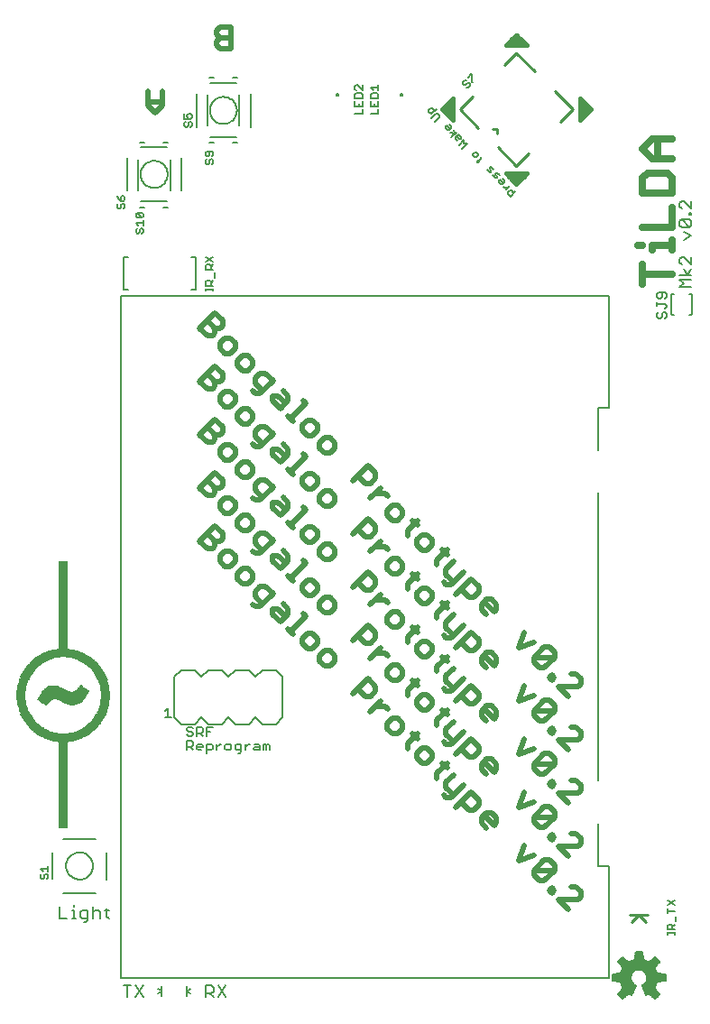
<source format=gto>
G75*
G70*
%OFA0B0*%
%FSLAX24Y24*%
%IPPOS*%
%LPD*%
%AMOC8*
5,1,8,0,0,1.08239X$1,22.5*
%
%ADD10C,0.0080*%
%ADD11C,0.0160*%
%ADD12C,0.0200*%
%ADD13C,0.0050*%
%ADD14C,0.0060*%
%ADD15C,0.0280*%
%ADD16C,0.0059*%
%ADD17C,0.0100*%
%ADD18R,0.0315X0.0020*%
%ADD19R,0.0394X0.0020*%
%ADD20R,0.0650X0.0020*%
%ADD21R,0.0827X0.0020*%
%ADD22R,0.0984X0.0020*%
%ADD23R,0.1102X0.0020*%
%ADD24R,0.1220X0.0020*%
%ADD25R,0.1319X0.0020*%
%ADD26R,0.1417X0.0020*%
%ADD27R,0.1496X0.0020*%
%ADD28R,0.1575X0.0020*%
%ADD29R,0.1654X0.0020*%
%ADD30R,0.1713X0.0020*%
%ADD31R,0.1772X0.0020*%
%ADD32R,0.1850X0.0020*%
%ADD33R,0.1909X0.0020*%
%ADD34R,0.1969X0.0020*%
%ADD35R,0.0787X0.0020*%
%ADD36R,0.0728X0.0020*%
%ADD37R,0.0689X0.0020*%
%ADD38R,0.0669X0.0020*%
%ADD39R,0.0630X0.0020*%
%ADD40R,0.0610X0.0020*%
%ADD41R,0.0591X0.0020*%
%ADD42R,0.0571X0.0020*%
%ADD43R,0.0551X0.0020*%
%ADD44R,0.0531X0.0020*%
%ADD45R,0.0512X0.0020*%
%ADD46R,0.0492X0.0020*%
%ADD47R,0.0472X0.0020*%
%ADD48R,0.0453X0.0020*%
%ADD49R,0.0433X0.0020*%
%ADD50R,0.0413X0.0020*%
%ADD51R,0.0374X0.0020*%
%ADD52R,0.0354X0.0020*%
%ADD53R,0.0335X0.0020*%
%ADD54R,0.0039X0.0020*%
%ADD55R,0.0197X0.0020*%
%ADD56R,0.0098X0.0020*%
%ADD57R,0.0138X0.0020*%
%ADD58R,0.0177X0.0020*%
%ADD59R,0.0236X0.0020*%
%ADD60R,0.0276X0.0020*%
%ADD61R,0.0709X0.0020*%
%ADD62R,0.0886X0.0020*%
%ADD63R,0.0925X0.0020*%
%ADD64R,0.1732X0.0020*%
%ADD65R,0.1752X0.0020*%
%ADD66R,0.1043X0.0020*%
%ADD67R,0.0965X0.0020*%
%ADD68R,0.0906X0.0020*%
%ADD69R,0.0256X0.0020*%
%ADD70R,0.0217X0.0020*%
%ADD71R,0.0157X0.0020*%
%ADD72R,0.0118X0.0020*%
%ADD73R,0.0079X0.0020*%
%ADD74R,0.0768X0.0020*%
%ADD75R,0.1929X0.0020*%
%ADD76R,0.1870X0.0020*%
%ADD77R,0.1811X0.0020*%
%ADD78R,0.1673X0.0020*%
%ADD79R,0.1614X0.0020*%
%ADD80R,0.1535X0.0020*%
%ADD81R,0.1437X0.0020*%
%ADD82R,0.1358X0.0020*%
%ADD83R,0.1260X0.0020*%
%ADD84R,0.1142X0.0020*%
%ADD85R,0.1024X0.0020*%
D10*
X003254Y003893D02*
X003534Y003893D01*
X003714Y003893D02*
X003854Y003893D01*
X003784Y003893D02*
X003784Y004174D01*
X003714Y004174D01*
X003784Y004314D02*
X003784Y004384D01*
X004021Y004104D02*
X004021Y003964D01*
X004091Y003893D01*
X004301Y003893D01*
X004301Y003823D02*
X004301Y004174D01*
X004091Y004174D01*
X004021Y004104D01*
X004161Y003753D02*
X004231Y003753D01*
X004301Y003823D01*
X004482Y003893D02*
X004482Y004314D01*
X004552Y004174D02*
X004692Y004174D01*
X004762Y004104D01*
X004762Y003893D01*
X005012Y003964D02*
X005082Y003893D01*
X005012Y003964D02*
X005012Y004244D01*
X004942Y004174D02*
X005082Y004174D01*
X004552Y004174D02*
X004482Y004104D01*
X004608Y004822D02*
X003395Y004822D01*
X003001Y005334D02*
X003001Y006310D01*
X003395Y006822D02*
X004608Y006822D01*
X005001Y006310D02*
X005001Y005322D01*
X003501Y005822D02*
X003503Y005866D01*
X003509Y005910D01*
X003519Y005953D01*
X003532Y005995D01*
X003549Y006036D01*
X003570Y006075D01*
X003594Y006112D01*
X003621Y006147D01*
X003651Y006179D01*
X003684Y006209D01*
X003720Y006235D01*
X003757Y006259D01*
X003797Y006278D01*
X003838Y006295D01*
X003881Y006307D01*
X003924Y006316D01*
X003968Y006321D01*
X004012Y006322D01*
X004056Y006319D01*
X004100Y006312D01*
X004143Y006301D01*
X004185Y006287D01*
X004225Y006269D01*
X004264Y006247D01*
X004300Y006223D01*
X004334Y006195D01*
X004366Y006164D01*
X004395Y006130D01*
X004421Y006094D01*
X004443Y006056D01*
X004462Y006016D01*
X004477Y005974D01*
X004489Y005932D01*
X004497Y005888D01*
X004501Y005844D01*
X004501Y005800D01*
X004497Y005756D01*
X004489Y005712D01*
X004477Y005670D01*
X004462Y005628D01*
X004443Y005588D01*
X004421Y005550D01*
X004395Y005514D01*
X004366Y005480D01*
X004334Y005449D01*
X004300Y005421D01*
X004264Y005397D01*
X004225Y005375D01*
X004185Y005357D01*
X004143Y005343D01*
X004100Y005332D01*
X004056Y005325D01*
X004012Y005322D01*
X003968Y005323D01*
X003924Y005328D01*
X003881Y005337D01*
X003838Y005349D01*
X003797Y005366D01*
X003757Y005385D01*
X003720Y005409D01*
X003684Y005435D01*
X003651Y005465D01*
X003621Y005497D01*
X003594Y005532D01*
X003570Y005569D01*
X003549Y005608D01*
X003532Y005649D01*
X003519Y005691D01*
X003509Y005734D01*
X003503Y005778D01*
X003501Y005822D01*
X003254Y004314D02*
X003254Y003893D01*
X005616Y001400D02*
X005896Y001400D01*
X005756Y001400D02*
X005756Y000980D01*
X006076Y000980D02*
X006357Y001400D01*
X006076Y001400D02*
X006357Y000980D01*
X006899Y001104D02*
X007021Y001196D01*
X007021Y001377D01*
X006899Y001282D02*
X007015Y001206D01*
X007021Y001196D02*
X007021Y001015D01*
X007970Y001015D02*
X007970Y001196D01*
X008092Y001288D01*
X007970Y001377D02*
X007970Y001196D01*
X007976Y001186D02*
X008092Y001110D01*
X008667Y001120D02*
X008877Y001120D01*
X008947Y001190D01*
X008947Y001330D01*
X008877Y001400D01*
X008667Y001400D01*
X008667Y000980D01*
X008807Y001120D02*
X008947Y000980D01*
X009128Y000980D02*
X009408Y001400D01*
X009128Y001400D02*
X009408Y000980D01*
X025852Y026255D02*
X025852Y026885D01*
X025858Y026903D01*
X025867Y026921D01*
X025879Y026936D01*
X025895Y026948D01*
X025912Y026957D01*
X025931Y026963D01*
X025950Y026965D01*
X025970Y026963D01*
X026179Y027201D02*
X026319Y027341D01*
X026179Y027481D01*
X026599Y027481D01*
X026599Y027661D02*
X026179Y027661D01*
X026319Y027871D02*
X026459Y027661D01*
X026599Y027871D01*
X026599Y028045D02*
X026319Y028325D01*
X026249Y028325D01*
X026179Y028255D01*
X026179Y028115D01*
X026249Y028045D01*
X026599Y028045D02*
X026599Y028325D01*
X026319Y028965D02*
X026599Y029106D01*
X026319Y029246D01*
X026249Y029426D02*
X026179Y029496D01*
X026179Y029636D01*
X026249Y029706D01*
X026529Y029426D01*
X026599Y029496D01*
X026599Y029636D01*
X026529Y029706D01*
X026249Y029706D01*
X026249Y029426D02*
X026529Y029426D01*
X026529Y029886D02*
X026529Y029956D01*
X026599Y029956D01*
X026599Y029886D01*
X026529Y029886D01*
X026599Y030116D02*
X026319Y030397D01*
X026249Y030397D01*
X026179Y030327D01*
X026179Y030186D01*
X026249Y030116D01*
X026599Y030116D02*
X026599Y030397D01*
X026599Y027201D02*
X026179Y027201D01*
X026521Y026963D02*
X026539Y026965D01*
X026556Y026964D01*
X026573Y026960D01*
X026589Y026953D01*
X026604Y026943D01*
X026616Y026931D01*
X026626Y026917D01*
X026634Y026901D01*
X026639Y026885D01*
X026639Y026255D01*
X026634Y026239D01*
X026626Y026223D01*
X026616Y026209D01*
X026604Y026197D01*
X026589Y026187D01*
X026573Y026180D01*
X026556Y026176D01*
X026539Y026175D01*
X026521Y026177D01*
X025970Y026177D02*
X025950Y026175D01*
X025931Y026177D01*
X025912Y026183D01*
X025895Y026192D01*
X025879Y026204D01*
X025867Y026219D01*
X025858Y026237D01*
X025852Y026255D01*
X010316Y033129D02*
X010316Y034342D01*
X009804Y034735D02*
X008828Y034735D01*
X008316Y034342D02*
X008316Y033129D01*
X008816Y032735D02*
X009804Y032735D01*
X008816Y033735D02*
X008818Y033779D01*
X008824Y033823D01*
X008834Y033866D01*
X008847Y033908D01*
X008864Y033949D01*
X008885Y033988D01*
X008909Y034025D01*
X008936Y034060D01*
X008966Y034092D01*
X008999Y034122D01*
X009035Y034148D01*
X009072Y034172D01*
X009112Y034191D01*
X009153Y034208D01*
X009196Y034220D01*
X009239Y034229D01*
X009283Y034234D01*
X009327Y034235D01*
X009371Y034232D01*
X009415Y034225D01*
X009458Y034214D01*
X009500Y034200D01*
X009540Y034182D01*
X009579Y034160D01*
X009615Y034136D01*
X009649Y034108D01*
X009681Y034077D01*
X009710Y034043D01*
X009736Y034007D01*
X009758Y033969D01*
X009777Y033929D01*
X009792Y033887D01*
X009804Y033845D01*
X009812Y033801D01*
X009816Y033757D01*
X009816Y033713D01*
X009812Y033669D01*
X009804Y033625D01*
X009792Y033583D01*
X009777Y033541D01*
X009758Y033501D01*
X009736Y033463D01*
X009710Y033427D01*
X009681Y033393D01*
X009649Y033362D01*
X009615Y033334D01*
X009579Y033310D01*
X009540Y033288D01*
X009500Y033270D01*
X009458Y033256D01*
X009415Y033245D01*
X009371Y033238D01*
X009327Y033235D01*
X009283Y033236D01*
X009239Y033241D01*
X009196Y033250D01*
X009153Y033262D01*
X009112Y033279D01*
X009072Y033298D01*
X009035Y033322D01*
X008999Y033348D01*
X008966Y033378D01*
X008936Y033410D01*
X008909Y033445D01*
X008885Y033482D01*
X008864Y033521D01*
X008847Y033562D01*
X008834Y033604D01*
X008824Y033647D01*
X008818Y033691D01*
X008816Y033735D01*
X007757Y031979D02*
X007757Y030767D01*
X007245Y030373D02*
X006257Y030373D01*
X005757Y030767D02*
X005757Y031979D01*
X006269Y032373D02*
X007245Y032373D01*
X006257Y031373D02*
X006259Y031417D01*
X006265Y031461D01*
X006275Y031504D01*
X006288Y031546D01*
X006305Y031587D01*
X006326Y031626D01*
X006350Y031663D01*
X006377Y031698D01*
X006407Y031730D01*
X006440Y031760D01*
X006476Y031786D01*
X006513Y031810D01*
X006553Y031829D01*
X006594Y031846D01*
X006637Y031858D01*
X006680Y031867D01*
X006724Y031872D01*
X006768Y031873D01*
X006812Y031870D01*
X006856Y031863D01*
X006899Y031852D01*
X006941Y031838D01*
X006981Y031820D01*
X007020Y031798D01*
X007056Y031774D01*
X007090Y031746D01*
X007122Y031715D01*
X007151Y031681D01*
X007177Y031645D01*
X007199Y031607D01*
X007218Y031567D01*
X007233Y031525D01*
X007245Y031483D01*
X007253Y031439D01*
X007257Y031395D01*
X007257Y031351D01*
X007253Y031307D01*
X007245Y031263D01*
X007233Y031221D01*
X007218Y031179D01*
X007199Y031139D01*
X007177Y031101D01*
X007151Y031065D01*
X007122Y031031D01*
X007090Y031000D01*
X007056Y030972D01*
X007020Y030948D01*
X006981Y030926D01*
X006941Y030908D01*
X006899Y030894D01*
X006856Y030883D01*
X006812Y030876D01*
X006768Y030873D01*
X006724Y030874D01*
X006680Y030879D01*
X006637Y030888D01*
X006594Y030900D01*
X006553Y030917D01*
X006513Y030936D01*
X006476Y030960D01*
X006440Y030986D01*
X006407Y031016D01*
X006377Y031048D01*
X006350Y031083D01*
X006326Y031120D01*
X006305Y031159D01*
X006288Y031200D01*
X006275Y031242D01*
X006265Y031285D01*
X006259Y031329D01*
X006257Y031373D01*
D11*
X017387Y033775D02*
X017781Y033381D01*
X017781Y034168D01*
X017387Y033775D01*
X017443Y033830D02*
X017781Y033830D01*
X017781Y033672D02*
X017490Y033672D01*
X017648Y033513D02*
X017781Y033513D01*
X017781Y033989D02*
X017601Y033989D01*
X017760Y034147D02*
X017781Y034147D01*
X019749Y036137D02*
X020537Y036137D01*
X020143Y036531D01*
X019749Y036137D01*
X019820Y036208D02*
X020466Y036208D01*
X020307Y036366D02*
X019979Y036366D01*
X020137Y036525D02*
X020149Y036525D01*
X022505Y034168D02*
X022505Y033381D01*
X022899Y033775D01*
X022505Y034168D01*
X022505Y034147D02*
X022526Y034147D01*
X022505Y033989D02*
X022685Y033989D01*
X022843Y033830D02*
X022505Y033830D01*
X022505Y033672D02*
X022796Y033672D01*
X022638Y033513D02*
X022505Y033513D01*
X020537Y031413D02*
X019749Y031413D01*
X020143Y031019D01*
X020537Y031413D01*
X020419Y031294D02*
X019867Y031294D01*
X020026Y031136D02*
X020260Y031136D01*
D12*
X013256Y021640D02*
X013444Y021452D01*
X013444Y021263D01*
X013256Y021074D01*
X013067Y021074D01*
X012878Y021263D01*
X012878Y021452D01*
X013067Y021640D01*
X013256Y021640D01*
X012793Y021914D02*
X012793Y022103D01*
X012604Y022291D01*
X012416Y022291D01*
X012227Y022103D01*
X012227Y021914D01*
X012416Y021725D01*
X012604Y021725D01*
X012793Y021914D01*
X012265Y021040D02*
X012359Y020946D01*
X011793Y020379D01*
X011887Y020285D02*
X011699Y020474D01*
X011425Y020747D02*
X011142Y021031D01*
X011142Y021219D01*
X011331Y021219D01*
X011614Y020936D01*
X011708Y021031D02*
X011425Y020747D01*
X011708Y021031D02*
X011708Y021219D01*
X011519Y021408D01*
X011151Y021776D02*
X010868Y022059D01*
X010680Y022059D01*
X010491Y021870D01*
X010491Y021682D01*
X010774Y021399D01*
X010680Y021304D02*
X011151Y021776D01*
X010680Y021304D02*
X010491Y021304D01*
X010396Y021399D01*
X010217Y020742D02*
X010028Y020742D01*
X009840Y020553D01*
X009840Y020364D01*
X010028Y020176D01*
X010217Y020176D01*
X010406Y020364D01*
X010406Y020553D01*
X010217Y020742D01*
X009755Y021015D02*
X009755Y021204D01*
X009566Y021393D01*
X009377Y021393D01*
X009189Y021204D01*
X009189Y021015D01*
X009377Y020827D01*
X009566Y020827D01*
X009755Y021015D01*
X009009Y021572D02*
X009009Y021761D01*
X008726Y022044D01*
X008443Y021761D02*
X008726Y021478D01*
X008915Y021478D01*
X009009Y021572D01*
X009009Y021761D02*
X009198Y021761D01*
X009292Y021855D01*
X009292Y022044D01*
X009009Y022327D01*
X008443Y021761D01*
X009377Y022795D02*
X009189Y022984D01*
X009189Y023173D01*
X009377Y023361D01*
X009566Y023361D01*
X009755Y023173D01*
X009755Y022984D01*
X009566Y022795D01*
X009377Y022795D01*
X009840Y022521D02*
X009840Y022333D01*
X010028Y022144D01*
X010217Y022144D01*
X010406Y022333D01*
X010406Y022521D01*
X010217Y022710D01*
X010028Y022710D01*
X009840Y022521D01*
X010491Y023273D02*
X010396Y023367D01*
X010491Y023273D02*
X010680Y023273D01*
X011151Y023745D01*
X010868Y024028D01*
X010680Y024028D01*
X010491Y023839D01*
X010491Y023650D01*
X010774Y023367D01*
X011142Y023188D02*
X011331Y023188D01*
X011614Y022905D01*
X011708Y022999D02*
X011425Y022716D01*
X011142Y022999D01*
X011142Y023188D01*
X011519Y023376D02*
X011708Y023188D01*
X011708Y022999D01*
X011699Y022442D02*
X011887Y022254D01*
X011793Y022348D02*
X012359Y022914D01*
X012265Y023008D01*
X010406Y024301D02*
X010406Y024490D01*
X010217Y024679D01*
X010028Y024679D01*
X009840Y024490D01*
X009840Y024301D01*
X010028Y024113D01*
X010217Y024113D01*
X010406Y024301D01*
X009755Y024952D02*
X009755Y025141D01*
X009566Y025330D01*
X009377Y025330D01*
X009189Y025141D01*
X009189Y024952D01*
X009377Y024764D01*
X009566Y024764D01*
X009755Y024952D01*
X009009Y025509D02*
X008915Y025415D01*
X008726Y025415D01*
X008443Y025698D01*
X009009Y026264D01*
X009292Y025981D01*
X009292Y025792D01*
X009198Y025698D01*
X009009Y025698D01*
X008726Y025981D01*
X009009Y025698D02*
X009009Y025509D01*
X009009Y024295D02*
X009292Y024012D01*
X009292Y023824D01*
X009198Y023729D01*
X009009Y023729D01*
X008726Y024012D01*
X008443Y023729D02*
X008726Y023446D01*
X008915Y023446D01*
X009009Y023541D01*
X009009Y023729D01*
X008443Y023729D02*
X009009Y024295D01*
X009009Y020358D02*
X009292Y020075D01*
X009292Y019887D01*
X009198Y019792D01*
X009009Y019792D01*
X008726Y020075D01*
X008443Y019792D02*
X008726Y019509D01*
X008915Y019509D01*
X009009Y019604D01*
X009009Y019792D01*
X009377Y019424D02*
X009189Y019236D01*
X009189Y019047D01*
X009377Y018858D01*
X009566Y018858D01*
X009755Y019047D01*
X009755Y019236D01*
X009566Y019424D01*
X009377Y019424D01*
X010028Y018773D02*
X009840Y018584D01*
X009840Y018396D01*
X010028Y018207D01*
X010217Y018207D01*
X010406Y018396D01*
X010406Y018584D01*
X010217Y018773D01*
X010028Y018773D01*
X010491Y019336D02*
X010396Y019430D01*
X010491Y019336D02*
X010680Y019336D01*
X011151Y019807D01*
X010868Y020091D01*
X010680Y020091D01*
X010491Y019902D01*
X010491Y019713D01*
X010774Y019430D01*
X011142Y019251D02*
X011331Y019251D01*
X011614Y018968D01*
X011708Y019062D02*
X011425Y018779D01*
X011142Y019062D01*
X011142Y019251D01*
X011519Y019439D02*
X011708Y019251D01*
X011708Y019062D01*
X011699Y018505D02*
X011887Y018317D01*
X011793Y018411D02*
X012359Y018977D01*
X012265Y019071D01*
X012416Y019757D02*
X012604Y019757D01*
X012793Y019945D01*
X012793Y020134D01*
X012604Y020323D01*
X012416Y020323D01*
X012227Y020134D01*
X012227Y019945D01*
X012416Y019757D01*
X012878Y019483D02*
X012878Y019294D01*
X013067Y019106D01*
X013256Y019106D01*
X013444Y019294D01*
X013444Y019483D01*
X013256Y019672D01*
X013067Y019672D01*
X012878Y019483D01*
X012604Y018354D02*
X012416Y018354D01*
X012227Y018166D01*
X012227Y017977D01*
X012416Y017788D01*
X012604Y017788D01*
X012793Y017977D01*
X012793Y018166D01*
X012604Y018354D01*
X013067Y017703D02*
X012878Y017515D01*
X012878Y017326D01*
X013067Y017137D01*
X013256Y017137D01*
X013444Y017326D01*
X013444Y017515D01*
X013256Y017703D01*
X013067Y017703D01*
X012359Y017009D02*
X011793Y016442D01*
X011887Y016348D02*
X011699Y016537D01*
X011425Y016810D02*
X011708Y017094D01*
X011708Y017282D01*
X011519Y017471D01*
X011331Y017282D02*
X011614Y016999D01*
X011425Y016810D02*
X011142Y017094D01*
X011142Y017282D01*
X011331Y017282D01*
X011151Y017839D02*
X010868Y018122D01*
X010680Y018122D01*
X010491Y017933D01*
X010491Y017745D01*
X010774Y017462D01*
X010680Y017367D02*
X011151Y017839D01*
X010680Y017367D02*
X010491Y017367D01*
X010396Y017462D01*
X010217Y016805D02*
X010028Y016805D01*
X009840Y016616D01*
X009840Y016427D01*
X010028Y016238D01*
X010217Y016238D01*
X010406Y016427D01*
X010406Y016616D01*
X010217Y016805D01*
X009755Y017078D02*
X009755Y017267D01*
X009566Y017456D01*
X009377Y017456D01*
X009189Y017267D01*
X009189Y017078D01*
X009377Y016890D01*
X009566Y016890D01*
X009755Y017078D01*
X009009Y017635D02*
X009009Y017824D01*
X008726Y018107D01*
X008443Y017824D02*
X008726Y017541D01*
X008915Y017541D01*
X009009Y017635D01*
X009009Y017824D02*
X009198Y017824D01*
X009292Y017918D01*
X009292Y018107D01*
X009009Y018390D01*
X008443Y017824D01*
X008443Y019792D02*
X009009Y020358D01*
X010680Y016154D02*
X010491Y015965D01*
X010491Y015776D01*
X010774Y015493D01*
X010680Y015399D02*
X011151Y015870D01*
X010868Y016154D01*
X010680Y016154D01*
X010396Y015493D02*
X010491Y015399D01*
X010680Y015399D01*
X011142Y015314D02*
X011331Y015314D01*
X011614Y015031D01*
X011708Y015125D02*
X011425Y014842D01*
X011142Y015125D01*
X011142Y015314D01*
X011519Y015502D02*
X011708Y015314D01*
X011708Y015125D01*
X011699Y014568D02*
X011887Y014380D01*
X011793Y014474D02*
X012359Y015040D01*
X012265Y015134D01*
X012416Y015820D02*
X012604Y015820D01*
X012793Y016008D01*
X012793Y016197D01*
X012604Y016386D01*
X012416Y016386D01*
X012227Y016197D01*
X012227Y016008D01*
X012416Y015820D01*
X012878Y015546D02*
X012878Y015357D01*
X013067Y015169D01*
X013256Y015169D01*
X013444Y015357D01*
X013444Y015546D01*
X013256Y015735D01*
X013067Y015735D01*
X012878Y015546D01*
X012604Y014417D02*
X012416Y014417D01*
X012227Y014229D01*
X012227Y014040D01*
X012416Y013851D01*
X012604Y013851D01*
X012793Y014040D01*
X012793Y014229D01*
X012604Y014417D01*
X013067Y013766D02*
X012878Y013578D01*
X012878Y013389D01*
X013067Y013200D01*
X013256Y013200D01*
X013444Y013389D01*
X013444Y013578D01*
X013256Y013766D01*
X013067Y013766D01*
X014086Y014149D02*
X014652Y014716D01*
X014935Y014433D01*
X014935Y014244D01*
X014747Y014055D01*
X014558Y014055D01*
X014275Y014338D01*
X014737Y013498D02*
X015115Y013876D01*
X015303Y013687D02*
X014926Y013687D01*
X015303Y013687D02*
X015398Y013593D01*
X015563Y013239D02*
X015374Y013050D01*
X015374Y012861D01*
X015563Y012673D01*
X015751Y012673D01*
X015940Y012861D01*
X015940Y013050D01*
X015751Y013239D01*
X015563Y013239D01*
X016308Y012682D02*
X016497Y012493D01*
X016497Y012682D02*
X016119Y012305D01*
X016119Y012116D01*
X016459Y011965D02*
X016459Y011776D01*
X016648Y011588D01*
X016837Y011588D01*
X017025Y011776D01*
X017025Y011965D01*
X016837Y012154D01*
X016648Y012154D01*
X016459Y011965D01*
X015751Y011270D02*
X015940Y011082D01*
X015940Y010893D01*
X015751Y010704D01*
X015563Y010704D01*
X015374Y010893D01*
X015374Y011082D01*
X015563Y011270D01*
X015751Y011270D01*
X015398Y011624D02*
X015303Y011719D01*
X014926Y011719D01*
X015115Y011907D02*
X014737Y011530D01*
X014747Y012087D02*
X014558Y012087D01*
X014275Y012370D01*
X014086Y012181D02*
X014652Y012747D01*
X014935Y012464D01*
X014935Y012275D01*
X014747Y012087D01*
X016308Y010714D02*
X016497Y010525D01*
X016497Y010714D02*
X016119Y010336D01*
X016119Y010147D01*
X016459Y009996D02*
X016459Y009808D01*
X016648Y009619D01*
X016837Y009619D01*
X017025Y009808D01*
X017025Y009996D01*
X016837Y010185D01*
X016648Y010185D01*
X016459Y009996D01*
X017205Y009251D02*
X017205Y009062D01*
X017205Y009251D02*
X017582Y009628D01*
X017582Y009440D02*
X017393Y009628D01*
X017544Y010314D02*
X017450Y010408D01*
X017544Y010314D02*
X017733Y010314D01*
X018205Y010785D01*
X018478Y010512D02*
X017912Y009946D01*
X018101Y010134D02*
X018384Y009851D01*
X018573Y009851D01*
X018762Y010040D01*
X018762Y010229D01*
X018478Y010512D01*
X017827Y010408D02*
X017544Y010691D01*
X017544Y010880D01*
X017827Y011163D01*
X017582Y011408D02*
X017393Y011597D01*
X017582Y011597D02*
X017205Y011220D01*
X017205Y011031D01*
X017912Y011914D02*
X018478Y012480D01*
X018762Y012197D01*
X018762Y012009D01*
X018573Y011820D01*
X018384Y011820D01*
X018101Y012103D01*
X017827Y012377D02*
X017544Y012660D01*
X017544Y012848D01*
X017827Y013131D01*
X017582Y013377D02*
X017393Y013565D01*
X017582Y013565D02*
X017205Y013188D01*
X017205Y012999D01*
X016837Y013556D02*
X017025Y013745D01*
X017025Y013933D01*
X016837Y014122D01*
X016648Y014122D01*
X016459Y013933D01*
X016459Y013745D01*
X016648Y013556D01*
X016837Y013556D01*
X016119Y014084D02*
X016119Y014273D01*
X016497Y014651D01*
X016308Y014651D02*
X016497Y014462D01*
X015940Y014830D02*
X015940Y015019D01*
X015751Y015207D01*
X015563Y015207D01*
X015374Y015019D01*
X015374Y014830D01*
X015563Y014641D01*
X015751Y014641D01*
X015940Y014830D01*
X015398Y015561D02*
X015303Y015656D01*
X014926Y015656D01*
X015115Y015844D02*
X014737Y015467D01*
X014747Y016024D02*
X014558Y016024D01*
X014275Y016307D01*
X014086Y016118D02*
X014652Y016684D01*
X014935Y016401D01*
X014935Y016212D01*
X014747Y016024D01*
X015374Y016798D02*
X015374Y016987D01*
X015563Y017176D01*
X015751Y017176D01*
X015940Y016987D01*
X015940Y016798D01*
X015751Y016610D01*
X015563Y016610D01*
X015374Y016798D01*
X015398Y017530D02*
X015303Y017624D01*
X014926Y017624D01*
X014737Y017435D02*
X015115Y017813D01*
X014935Y018181D02*
X014747Y017992D01*
X014558Y017992D01*
X014275Y018275D01*
X014086Y018086D02*
X014652Y018653D01*
X014935Y018370D01*
X014935Y018181D01*
X015374Y018767D02*
X015374Y018956D01*
X015563Y019144D01*
X015751Y019144D01*
X015940Y018956D01*
X015940Y018767D01*
X015751Y018578D01*
X015563Y018578D01*
X015374Y018767D01*
X015398Y019498D02*
X015303Y019593D01*
X014926Y019593D01*
X015115Y019781D02*
X014737Y019404D01*
X014747Y019961D02*
X014558Y019961D01*
X014275Y020244D01*
X014086Y020055D02*
X014652Y020621D01*
X014935Y020338D01*
X014935Y020149D01*
X014747Y019961D01*
X016308Y018588D02*
X016497Y018399D01*
X016497Y018588D02*
X016119Y018210D01*
X016119Y018021D01*
X016459Y017870D02*
X016459Y017682D01*
X016648Y017493D01*
X016837Y017493D01*
X017025Y017682D01*
X017025Y017870D01*
X016837Y018059D01*
X016648Y018059D01*
X016459Y017870D01*
X017205Y017125D02*
X017205Y016936D01*
X017205Y017125D02*
X017582Y017502D01*
X017582Y017314D02*
X017393Y017502D01*
X017827Y017068D02*
X017544Y016785D01*
X017544Y016597D01*
X017827Y016314D01*
X017733Y016219D02*
X018205Y016691D01*
X018478Y016417D02*
X018762Y016134D01*
X018762Y015946D01*
X018573Y015757D01*
X018384Y015757D01*
X018101Y016040D01*
X017912Y015851D02*
X018478Y016417D01*
X019035Y015672D02*
X019224Y015672D01*
X019413Y015483D01*
X019413Y015294D01*
X019318Y015200D01*
X018941Y015578D01*
X019035Y015672D02*
X018847Y015483D01*
X018847Y015294D01*
X019035Y015106D01*
X018478Y014449D02*
X018762Y014166D01*
X018762Y013977D01*
X018573Y013788D01*
X018384Y013788D01*
X018101Y014071D01*
X017912Y013883D02*
X018478Y014449D01*
X018205Y014722D02*
X017733Y014251D01*
X017544Y014251D01*
X017450Y014345D01*
X017544Y014628D02*
X017544Y014817D01*
X017827Y015100D01*
X017582Y015345D02*
X017393Y015534D01*
X017582Y015534D02*
X017205Y015157D01*
X017205Y014968D01*
X016837Y015525D02*
X017025Y015713D01*
X017025Y015902D01*
X016837Y016091D01*
X016648Y016091D01*
X016459Y015902D01*
X016459Y015713D01*
X016648Y015525D01*
X016837Y015525D01*
X016119Y016053D02*
X016119Y016242D01*
X016497Y016619D01*
X016308Y016619D02*
X016497Y016430D01*
X017450Y016314D02*
X017544Y016219D01*
X017733Y016219D01*
X017544Y014628D02*
X017827Y014345D01*
X018847Y013515D02*
X018847Y013326D01*
X019035Y013137D01*
X019318Y013232D02*
X018941Y013609D01*
X018847Y013515D02*
X019035Y013703D01*
X019224Y013703D01*
X019413Y013515D01*
X019413Y013326D01*
X019318Y013232D01*
X020243Y013898D02*
X020809Y014087D01*
X021177Y013907D02*
X020800Y013530D01*
X021555Y013530D01*
X021177Y013152D01*
X020989Y013152D01*
X020800Y013341D01*
X020800Y013530D01*
X021177Y013907D02*
X021366Y013907D01*
X021555Y013719D01*
X021555Y013530D01*
X021451Y012879D02*
X021545Y012784D01*
X021451Y012690D01*
X021357Y012784D01*
X021451Y012879D01*
X021682Y012459D02*
X022437Y012459D01*
X022531Y012553D01*
X022531Y012742D01*
X022343Y012931D01*
X022154Y012931D01*
X021682Y012459D02*
X022060Y012081D01*
X021555Y011750D02*
X021555Y011561D01*
X020800Y011561D01*
X020800Y011373D01*
X020989Y011184D01*
X021177Y011184D01*
X021555Y011561D01*
X021555Y011750D02*
X021366Y011939D01*
X021177Y011939D01*
X020800Y011561D01*
X020809Y012118D02*
X020243Y011929D01*
X020432Y012496D01*
X021451Y010910D02*
X021545Y010816D01*
X021451Y010722D01*
X021357Y010816D01*
X021451Y010910D01*
X021682Y010490D02*
X022437Y010490D01*
X022531Y010585D01*
X022531Y010773D01*
X022343Y010962D01*
X022154Y010962D01*
X021682Y010490D02*
X022060Y010113D01*
X021555Y009782D02*
X021555Y009593D01*
X020800Y009593D01*
X020800Y009404D01*
X020989Y009215D01*
X021177Y009215D01*
X021555Y009593D01*
X021555Y009782D02*
X021366Y009970D01*
X021177Y009970D01*
X020800Y009593D01*
X020809Y010150D02*
X020243Y009961D01*
X020432Y010527D01*
X019413Y011357D02*
X019318Y011263D01*
X018941Y011641D01*
X019035Y011735D02*
X018847Y011546D01*
X018847Y011357D01*
X019035Y011169D01*
X019413Y011357D02*
X019413Y011546D01*
X019224Y011735D01*
X019035Y011735D01*
X018205Y012754D02*
X017733Y012282D01*
X017544Y012282D01*
X017450Y012377D01*
X019035Y009766D02*
X018847Y009578D01*
X018847Y009389D01*
X019035Y009200D01*
X019318Y009295D02*
X018941Y009672D01*
X019035Y009766D02*
X019224Y009766D01*
X019413Y009578D01*
X019413Y009389D01*
X019318Y009295D01*
X018478Y008543D02*
X018762Y008260D01*
X018762Y008072D01*
X018573Y007883D01*
X018384Y007883D01*
X018101Y008166D01*
X017912Y007977D02*
X018478Y008543D01*
X018205Y008817D02*
X017733Y008345D01*
X017544Y008345D01*
X017450Y008440D01*
X017544Y008723D02*
X017827Y008440D01*
X017544Y008723D02*
X017544Y008911D01*
X017827Y009194D01*
X019035Y007798D02*
X018847Y007609D01*
X018847Y007420D01*
X019035Y007232D01*
X019318Y007326D02*
X018941Y007703D01*
X019035Y007798D02*
X019224Y007798D01*
X019413Y007609D01*
X019413Y007420D01*
X019318Y007326D01*
X020243Y007992D02*
X020809Y008181D01*
X021177Y008002D02*
X020800Y007624D01*
X021555Y007624D01*
X021177Y007247D01*
X020989Y007247D01*
X020800Y007436D01*
X020800Y007624D01*
X021177Y008002D02*
X021366Y008002D01*
X021555Y007813D01*
X021555Y007624D01*
X021451Y006973D02*
X021545Y006879D01*
X021451Y006785D01*
X021357Y006879D01*
X021451Y006973D01*
X021682Y006553D02*
X022437Y006553D01*
X022531Y006648D01*
X022531Y006836D01*
X022343Y007025D01*
X022154Y007025D01*
X021682Y006553D02*
X022060Y006176D01*
X021555Y005845D02*
X021555Y005656D01*
X020800Y005656D01*
X020800Y005467D01*
X020989Y005278D01*
X021177Y005278D01*
X021555Y005656D01*
X021555Y005845D02*
X021366Y006033D01*
X021177Y006033D01*
X020800Y005656D01*
X020809Y006213D02*
X020243Y006024D01*
X020432Y006590D01*
X020243Y007992D02*
X020432Y008559D01*
X021357Y008847D02*
X021451Y008753D01*
X021545Y008847D01*
X021451Y008942D01*
X021357Y008847D01*
X021682Y008522D02*
X022437Y008522D01*
X022531Y008616D01*
X022531Y008805D01*
X022343Y008994D01*
X022154Y008994D01*
X021682Y008522D02*
X022060Y008144D01*
X022154Y005057D02*
X022343Y005057D01*
X022531Y004868D01*
X022531Y004679D01*
X022437Y004585D01*
X021682Y004585D01*
X022060Y004207D01*
X021451Y004816D02*
X021357Y004910D01*
X021451Y005005D01*
X021545Y004910D01*
X021451Y004816D01*
X020243Y013898D02*
X020432Y014464D01*
X012359Y017009D02*
X012265Y017103D01*
X006784Y033661D02*
X006517Y033928D01*
X006517Y034462D01*
X006517Y034062D02*
X007051Y034062D01*
X007051Y033928D02*
X006784Y033661D01*
X007051Y033928D02*
X007051Y034462D01*
X009076Y036157D02*
X009076Y036291D01*
X009210Y036424D01*
X009610Y036424D01*
X009610Y036824D02*
X009210Y036824D01*
X009076Y036691D01*
X009076Y036557D01*
X009210Y036424D01*
X009076Y036157D02*
X009210Y036024D01*
X009610Y036024D01*
X009610Y036824D01*
D13*
X009671Y034956D02*
X009828Y034956D01*
X009907Y034326D02*
X009907Y033184D01*
X009828Y032554D02*
X009671Y032554D01*
X008962Y032554D02*
X008804Y032554D01*
X008802Y032227D02*
X008802Y032092D01*
X008757Y032047D01*
X008712Y032047D01*
X008667Y032092D01*
X008667Y032182D01*
X008712Y032227D01*
X008892Y032227D01*
X008937Y032182D01*
X008937Y032092D01*
X008892Y032047D01*
X008892Y031933D02*
X008937Y031888D01*
X008937Y031798D01*
X008892Y031752D01*
X008802Y031798D02*
X008802Y031888D01*
X008847Y031933D01*
X008892Y031933D01*
X008802Y031798D02*
X008757Y031752D01*
X008712Y031752D01*
X008667Y031798D01*
X008667Y031888D01*
X008712Y031933D01*
X008726Y033184D02*
X008726Y034326D01*
X008804Y034956D02*
X008962Y034956D01*
X008104Y033605D02*
X008149Y033560D01*
X008149Y033470D01*
X008104Y033425D01*
X008014Y033425D02*
X007969Y033515D01*
X007969Y033560D01*
X008014Y033605D01*
X008104Y033605D01*
X008014Y033425D02*
X007879Y033425D01*
X007879Y033605D01*
X007924Y033311D02*
X007879Y033266D01*
X007879Y033175D01*
X007924Y033130D01*
X007969Y033130D01*
X008014Y033175D01*
X008014Y033266D01*
X008059Y033311D01*
X008104Y033311D01*
X008149Y033266D01*
X008149Y033175D01*
X008104Y033130D01*
X007269Y032554D02*
X007111Y032554D01*
X007348Y031924D02*
X007348Y030783D01*
X007269Y030153D02*
X007111Y030153D01*
X006403Y030153D02*
X006245Y030153D01*
X006313Y029963D02*
X006358Y029918D01*
X006358Y029828D01*
X006313Y029783D01*
X006133Y029963D01*
X006313Y029963D01*
X006133Y029963D02*
X006088Y029918D01*
X006088Y029828D01*
X006133Y029783D01*
X006313Y029783D01*
X006358Y029668D02*
X006358Y029488D01*
X006358Y029578D02*
X006088Y029578D01*
X006178Y029488D01*
X006133Y029374D02*
X006088Y029329D01*
X006088Y029238D01*
X006133Y029193D01*
X006178Y029193D01*
X006223Y029238D01*
X006223Y029329D01*
X006268Y029374D01*
X006313Y029374D01*
X006358Y029329D01*
X006358Y029238D01*
X006313Y029193D01*
X005783Y028302D02*
X005615Y028302D01*
X005615Y028145D01*
X005615Y027948D01*
X005615Y027476D01*
X005615Y027279D01*
X005615Y027121D01*
X005783Y027121D01*
X005537Y026885D02*
X005537Y001688D01*
X023568Y001688D01*
X023568Y005822D01*
X023174Y005822D01*
X023174Y007397D01*
X023174Y008972D02*
X023174Y019601D01*
X023174Y021176D02*
X023174Y022751D01*
X023568Y022751D01*
X023568Y026885D01*
X005537Y026885D01*
X005489Y030099D02*
X005444Y030099D01*
X005399Y030144D01*
X005399Y030234D01*
X005444Y030279D01*
X005534Y030234D02*
X005534Y030144D01*
X005489Y030099D01*
X005624Y030099D02*
X005669Y030144D01*
X005669Y030234D01*
X005624Y030279D01*
X005579Y030279D01*
X005534Y030234D01*
X005534Y030394D02*
X005534Y030529D01*
X005579Y030574D01*
X005624Y030574D01*
X005669Y030529D01*
X005669Y030439D01*
X005624Y030394D01*
X005534Y030394D01*
X005444Y030484D01*
X005399Y030574D01*
X006167Y030783D02*
X006167Y031924D01*
X006245Y032554D02*
X006403Y032554D01*
X008125Y028302D02*
X008293Y028302D01*
X008293Y027121D01*
X008125Y027121D01*
X008667Y027112D02*
X008937Y027112D01*
X008937Y027067D02*
X008937Y027158D01*
X008937Y027264D02*
X008667Y027264D01*
X008667Y027399D01*
X008712Y027444D01*
X008802Y027444D01*
X008847Y027399D01*
X008847Y027264D01*
X008847Y027354D02*
X008937Y027444D01*
X008982Y027559D02*
X008982Y027739D01*
X008937Y027853D02*
X008667Y027853D01*
X008667Y027988D01*
X008712Y028033D01*
X008802Y028033D01*
X008847Y027988D01*
X008847Y027853D01*
X008847Y027943D02*
X008937Y028033D01*
X008937Y028148D02*
X008667Y028328D01*
X008667Y028148D02*
X008937Y028328D01*
X008667Y027158D02*
X008667Y027067D01*
X013490Y034326D02*
X013492Y034338D01*
X013497Y034349D01*
X013506Y034358D01*
X013517Y034363D01*
X013529Y034365D01*
X013541Y034363D01*
X013552Y034358D01*
X013561Y034349D01*
X013566Y034338D01*
X013568Y034326D01*
X013566Y034314D01*
X013561Y034303D01*
X013552Y034294D01*
X013541Y034289D01*
X013529Y034287D01*
X013517Y034289D01*
X013506Y034294D01*
X013497Y034303D01*
X013492Y034314D01*
X013490Y034326D01*
X014178Y034327D02*
X014178Y034192D01*
X014449Y034192D01*
X014449Y034327D01*
X014404Y034372D01*
X014223Y034372D01*
X014178Y034327D01*
X014223Y034487D02*
X014178Y034532D01*
X014178Y034622D01*
X014223Y034667D01*
X014269Y034667D01*
X014449Y034487D01*
X014449Y034667D01*
X014769Y034577D02*
X014859Y034487D01*
X014814Y034372D02*
X014769Y034327D01*
X014769Y034192D01*
X015039Y034192D01*
X015039Y034327D01*
X014994Y034372D01*
X014814Y034372D01*
X014769Y034577D02*
X015039Y034577D01*
X015039Y034487D02*
X015039Y034667D01*
X015039Y034078D02*
X015039Y033898D01*
X014769Y033898D01*
X014769Y034078D01*
X014904Y033988D02*
X014904Y033898D01*
X015039Y033783D02*
X015039Y033603D01*
X014769Y033603D01*
X014449Y033603D02*
X014449Y033783D01*
X014449Y033898D02*
X014449Y034078D01*
X014314Y033988D02*
X014314Y033898D01*
X014449Y033898D02*
X014178Y033898D01*
X014178Y034078D01*
X014178Y033603D02*
X014449Y033603D01*
X015852Y034326D02*
X015854Y034338D01*
X015859Y034349D01*
X015868Y034358D01*
X015879Y034363D01*
X015891Y034365D01*
X015903Y034363D01*
X015914Y034358D01*
X015923Y034349D01*
X015928Y034338D01*
X015930Y034326D01*
X015928Y034314D01*
X015923Y034303D01*
X015914Y034294D01*
X015903Y034289D01*
X015891Y034287D01*
X015879Y034289D01*
X015868Y034294D01*
X015859Y034303D01*
X015854Y034314D01*
X015852Y034326D01*
X016898Y033761D02*
X016962Y033825D01*
X017026Y033825D01*
X017121Y033730D01*
X017185Y033793D02*
X016994Y033602D01*
X016898Y033698D01*
X016898Y033761D01*
X017170Y033617D02*
X017011Y033458D01*
X017139Y033330D02*
X017298Y033489D01*
X017298Y033553D01*
X017234Y033617D01*
X017170Y033617D01*
X017555Y033168D02*
X017683Y033041D01*
X017714Y033073D02*
X017651Y033009D01*
X017587Y033009D01*
X017523Y033073D01*
X017523Y033136D01*
X017555Y033168D01*
X017651Y033200D02*
X017714Y033136D01*
X017714Y033073D01*
X017824Y033026D02*
X017856Y032867D01*
X017697Y032899D01*
X017729Y032740D02*
X017920Y032931D01*
X018001Y032850D02*
X018096Y032754D01*
X018096Y032691D01*
X018033Y032691D01*
X017937Y032786D01*
X017905Y032754D02*
X018001Y032850D01*
X017905Y032754D02*
X017905Y032691D01*
X017969Y032627D01*
X018018Y032451D02*
X018209Y032642D01*
X018209Y032514D01*
X018337Y032514D01*
X018146Y032323D01*
X018530Y032129D02*
X018530Y032066D01*
X018594Y032002D01*
X018658Y032002D01*
X018721Y032066D01*
X018721Y032129D01*
X018658Y032193D01*
X018594Y032193D01*
X018530Y032129D01*
X018701Y031895D02*
X018765Y031831D01*
X018701Y031831D02*
X018829Y031959D01*
X018829Y032022D01*
X019150Y031637D02*
X019150Y031574D01*
X019213Y031510D01*
X019213Y031446D01*
X019150Y031446D01*
X019054Y031542D01*
X019150Y031637D02*
X019213Y031637D01*
X019309Y031542D01*
X019358Y031429D02*
X019358Y031365D01*
X019422Y031302D01*
X019422Y031238D01*
X019358Y031238D01*
X019263Y031334D01*
X019358Y031429D02*
X019422Y031429D01*
X019517Y031334D01*
X019535Y031189D02*
X019662Y031062D01*
X019694Y031093D02*
X019630Y031030D01*
X019566Y031030D01*
X019503Y031093D01*
X019503Y031157D01*
X019535Y031189D01*
X019630Y031221D02*
X019694Y031157D01*
X019694Y031093D01*
X019676Y030920D02*
X019708Y030888D01*
X019836Y030888D01*
X019899Y030952D02*
X019772Y030824D01*
X019821Y030711D02*
X019821Y030648D01*
X019917Y030552D01*
X020108Y030743D01*
X020044Y030680D02*
X019948Y030775D01*
X019885Y030775D01*
X019821Y030711D01*
X018364Y034590D02*
X018300Y034590D01*
X018364Y034590D02*
X018427Y034654D01*
X018427Y034717D01*
X018396Y034749D01*
X018332Y034749D01*
X018268Y034685D01*
X018205Y034685D01*
X018173Y034717D01*
X018173Y034781D01*
X018236Y034845D01*
X018300Y034845D01*
X018349Y034958D02*
X018477Y035085D01*
X018508Y035053D01*
X018508Y034798D01*
X018540Y034766D01*
X002834Y005810D02*
X002834Y005630D01*
X002834Y005720D02*
X002564Y005720D01*
X002654Y005630D01*
X002609Y005515D02*
X002564Y005470D01*
X002564Y005380D01*
X002609Y005335D01*
X002654Y005335D01*
X002699Y005380D01*
X002699Y005470D01*
X002744Y005515D01*
X002789Y005515D01*
X002834Y005470D01*
X002834Y005380D01*
X002789Y005335D01*
X025714Y004548D02*
X025984Y004368D01*
X025984Y004548D02*
X025714Y004368D01*
X025714Y004254D02*
X025714Y004074D01*
X025714Y004164D02*
X025984Y004164D01*
X026029Y003959D02*
X026029Y003779D01*
X025984Y003664D02*
X025894Y003574D01*
X025894Y003619D02*
X025894Y003484D01*
X025984Y003484D02*
X025714Y003484D01*
X025714Y003619D01*
X025759Y003664D01*
X025849Y003664D01*
X025894Y003619D01*
X025984Y003378D02*
X025984Y003288D01*
X025984Y003333D02*
X025714Y003333D01*
X025714Y003288D02*
X025714Y003378D01*
D14*
X011513Y011312D02*
X011513Y012812D01*
X011263Y013062D01*
X010763Y013062D01*
X010513Y012812D01*
X010263Y013062D01*
X009763Y013062D01*
X009513Y012812D01*
X009263Y013062D01*
X008763Y013062D01*
X008513Y012812D01*
X008263Y013062D01*
X007763Y013062D01*
X007513Y012812D01*
X007513Y011312D01*
X007763Y011062D01*
X008263Y011062D01*
X008513Y011312D01*
X008763Y011062D01*
X009263Y011062D01*
X009513Y011312D01*
X009763Y011062D01*
X010263Y011062D01*
X010513Y011312D01*
X010763Y011062D01*
X011263Y011062D01*
X011513Y011312D01*
X010962Y010331D02*
X010905Y010274D01*
X010905Y010104D01*
X010792Y010104D02*
X010792Y010331D01*
X010849Y010331D01*
X010905Y010274D01*
X010962Y010331D02*
X011019Y010274D01*
X011019Y010104D01*
X010651Y010104D02*
X010480Y010104D01*
X010424Y010161D01*
X010480Y010217D01*
X010651Y010217D01*
X010651Y010274D02*
X010651Y010104D01*
X010651Y010274D02*
X010594Y010331D01*
X010480Y010331D01*
X010287Y010331D02*
X010230Y010331D01*
X010117Y010217D01*
X010117Y010104D02*
X010117Y010331D01*
X009975Y010331D02*
X009805Y010331D01*
X009748Y010274D01*
X009748Y010161D01*
X009805Y010104D01*
X009975Y010104D01*
X009975Y010047D02*
X009975Y010331D01*
X009975Y010047D02*
X009919Y009991D01*
X009862Y009991D01*
X009607Y010161D02*
X009607Y010274D01*
X009550Y010331D01*
X009437Y010331D01*
X009380Y010274D01*
X009380Y010161D01*
X009437Y010104D01*
X009550Y010104D01*
X009607Y010161D01*
X009243Y010331D02*
X009187Y010331D01*
X009073Y010217D01*
X009073Y010104D02*
X009073Y010331D01*
X008932Y010274D02*
X008932Y010161D01*
X008875Y010104D01*
X008705Y010104D01*
X008705Y009991D02*
X008705Y010331D01*
X008875Y010331D01*
X008932Y010274D01*
X008705Y010616D02*
X008705Y010956D01*
X008932Y010956D01*
X008818Y010786D02*
X008705Y010786D01*
X008563Y010786D02*
X008563Y010899D01*
X008507Y010956D01*
X008337Y010956D01*
X008337Y010616D01*
X008337Y010729D02*
X008507Y010729D01*
X008563Y010786D01*
X008450Y010729D02*
X008563Y010616D01*
X008507Y010331D02*
X008563Y010274D01*
X008563Y010217D01*
X008337Y010217D01*
X008337Y010161D02*
X008337Y010274D01*
X008393Y010331D01*
X008507Y010331D01*
X008507Y010104D02*
X008393Y010104D01*
X008337Y010161D01*
X008195Y010104D02*
X008082Y010217D01*
X008138Y010217D02*
X007968Y010217D01*
X007968Y010104D02*
X007968Y010444D01*
X008138Y010444D01*
X008195Y010388D01*
X008195Y010274D01*
X008138Y010217D01*
X008138Y010616D02*
X008025Y010616D01*
X007968Y010672D01*
X008025Y010786D02*
X008138Y010786D01*
X008195Y010729D01*
X008195Y010672D01*
X008138Y010616D01*
X008025Y010786D02*
X007968Y010843D01*
X007968Y010899D01*
X008025Y010956D01*
X008138Y010956D01*
X008195Y010899D01*
X007394Y011318D02*
X007167Y011318D01*
X007280Y011318D02*
X007280Y011658D01*
X007167Y011545D01*
X025344Y026106D02*
X025400Y026049D01*
X025457Y026049D01*
X025514Y026106D01*
X025514Y026219D01*
X025570Y026276D01*
X025627Y026276D01*
X025684Y026219D01*
X025684Y026106D01*
X025627Y026049D01*
X025344Y026106D02*
X025344Y026219D01*
X025400Y026276D01*
X025344Y026531D02*
X025344Y026644D01*
X025344Y026587D02*
X025627Y026587D01*
X025684Y026531D01*
X025684Y026474D01*
X025627Y026417D01*
X025627Y026785D02*
X025684Y026842D01*
X025684Y026956D01*
X025627Y027012D01*
X025400Y027012D01*
X025344Y026956D01*
X025344Y026842D01*
X025400Y026785D01*
X025457Y026785D01*
X025514Y026842D01*
X025514Y027012D01*
D15*
X024810Y027301D02*
X024810Y028033D01*
X024810Y027667D02*
X025908Y027667D01*
X025908Y028569D02*
X025908Y028936D01*
X025908Y028752D02*
X025176Y028752D01*
X025176Y028569D01*
X024810Y028752D02*
X024626Y028752D01*
X024810Y029415D02*
X025908Y029415D01*
X025908Y030148D01*
X025908Y030684D02*
X025908Y031233D01*
X025725Y031417D01*
X024993Y031417D01*
X024810Y031233D01*
X024810Y030684D01*
X025908Y030684D01*
X025908Y031953D02*
X025176Y031953D01*
X024810Y032319D01*
X025176Y032685D01*
X025908Y032685D01*
X025359Y032685D02*
X025359Y031953D01*
D16*
X024790Y002665D02*
X024551Y002665D01*
X024518Y002347D01*
X024412Y002313D01*
X024312Y002262D01*
X024065Y002464D01*
X023895Y002294D01*
X024097Y002047D01*
X024045Y001947D01*
X024011Y001840D01*
X023694Y001808D01*
X023694Y001568D01*
X024011Y001536D01*
X024045Y001429D01*
X024097Y001330D01*
X023895Y001082D01*
X024065Y000913D01*
X024312Y001114D01*
X024412Y001063D01*
X024553Y001404D01*
X024500Y001432D01*
X024453Y001471D01*
X024415Y001517D01*
X024386Y001570D01*
X024369Y001628D01*
X024363Y001688D01*
X024369Y001751D01*
X024389Y001811D01*
X024420Y001866D01*
X024461Y001914D01*
X024512Y001952D01*
X024569Y001978D01*
X024630Y001993D01*
X024693Y001995D01*
X024756Y001984D01*
X024814Y001960D01*
X024867Y001925D01*
X024911Y001880D01*
X024945Y001827D01*
X024968Y001768D01*
X024978Y001705D01*
X024975Y001642D01*
X024959Y001581D01*
X024931Y001524D01*
X024892Y001475D01*
X024844Y001434D01*
X024788Y001404D01*
X024929Y001063D01*
X025029Y001114D01*
X025277Y000913D01*
X025446Y001082D01*
X025244Y001330D01*
X025296Y001429D01*
X025330Y001536D01*
X025647Y001568D01*
X025647Y001808D01*
X025330Y001840D01*
X025296Y001947D01*
X025244Y002047D01*
X025446Y002294D01*
X025277Y002464D01*
X025029Y002262D01*
X024929Y002313D01*
X024823Y002347D01*
X024790Y002665D01*
X024791Y002661D02*
X024550Y002661D01*
X024544Y002603D02*
X024797Y002603D01*
X024803Y002546D02*
X024538Y002546D01*
X024533Y002488D02*
X024808Y002488D01*
X024814Y002431D02*
X024527Y002431D01*
X024521Y002373D02*
X024820Y002373D01*
X024923Y002315D02*
X024418Y002315D01*
X024246Y002315D02*
X023916Y002315D01*
X023924Y002258D02*
X025417Y002258D01*
X025425Y002315D02*
X025095Y002315D01*
X025165Y002373D02*
X025367Y002373D01*
X025310Y002431D02*
X025236Y002431D01*
X025370Y002200D02*
X023971Y002200D01*
X024018Y002143D02*
X025323Y002143D01*
X025276Y002085D02*
X024065Y002085D01*
X024087Y002028D02*
X025254Y002028D01*
X025284Y001970D02*
X024789Y001970D01*
X024879Y001913D02*
X025307Y001913D01*
X025325Y001855D02*
X024927Y001855D01*
X024956Y001797D02*
X025647Y001797D01*
X025647Y001740D02*
X024972Y001740D01*
X024977Y001682D02*
X025647Y001682D01*
X025647Y001625D02*
X024970Y001625D01*
X024952Y001567D02*
X025638Y001567D01*
X025321Y001510D02*
X024919Y001510D01*
X024865Y001452D02*
X025303Y001452D01*
X025278Y001395D02*
X024792Y001395D01*
X024816Y001337D02*
X025248Y001337D01*
X025285Y001279D02*
X024840Y001279D01*
X024864Y001222D02*
X025332Y001222D01*
X025379Y001164D02*
X024887Y001164D01*
X024911Y001107D02*
X025015Y001107D01*
X025038Y001107D02*
X025426Y001107D01*
X025413Y001049D02*
X025109Y001049D01*
X025179Y000992D02*
X025356Y000992D01*
X025298Y000934D02*
X025250Y000934D01*
X024477Y001222D02*
X024009Y001222D01*
X024056Y001279D02*
X024501Y001279D01*
X024525Y001337D02*
X024093Y001337D01*
X024063Y001395D02*
X024549Y001395D01*
X024476Y001452D02*
X024038Y001452D01*
X024020Y001510D02*
X024421Y001510D01*
X024388Y001567D02*
X023703Y001567D01*
X023694Y001625D02*
X024370Y001625D01*
X024363Y001682D02*
X023694Y001682D01*
X023694Y001740D02*
X024368Y001740D01*
X024384Y001797D02*
X023694Y001797D01*
X024016Y001855D02*
X024413Y001855D01*
X024460Y001913D02*
X024034Y001913D01*
X024057Y001970D02*
X024551Y001970D01*
X024176Y002373D02*
X023974Y002373D01*
X024031Y002431D02*
X024105Y002431D01*
X023962Y001164D02*
X024454Y001164D01*
X024430Y001107D02*
X024327Y001107D01*
X024303Y001107D02*
X023915Y001107D01*
X023928Y001049D02*
X024232Y001049D01*
X024162Y000992D02*
X023985Y000992D01*
X024043Y000934D02*
X024091Y000934D01*
D17*
X024395Y003735D02*
X024671Y004011D01*
X024316Y004011D01*
X024671Y004011D02*
X024985Y004011D01*
X024946Y003735D02*
X024671Y004011D01*
X020143Y031687D02*
X019461Y032369D01*
X019433Y032898D02*
X019433Y033065D01*
X019266Y033065D01*
X018737Y033093D02*
X018055Y033775D01*
X018514Y034234D01*
X019684Y035403D02*
X020143Y035863D01*
X020825Y035181D01*
X021549Y034457D02*
X022231Y033775D01*
X021772Y033315D01*
X020602Y032146D02*
X020143Y031687D01*
D18*
X004956Y012259D03*
X004090Y012357D03*
X003401Y013834D03*
X003401Y013853D03*
X003401Y013873D03*
X003401Y013893D03*
X003401Y013913D03*
X003401Y013932D03*
X003401Y013952D03*
X003401Y013972D03*
X003401Y013991D03*
X003401Y014011D03*
X003401Y014031D03*
X003401Y014050D03*
X003401Y014070D03*
X003401Y014090D03*
X003401Y014109D03*
X003401Y014129D03*
X003401Y014149D03*
X003401Y014168D03*
X003401Y014188D03*
X003401Y014208D03*
X003401Y014227D03*
X003401Y014247D03*
X003401Y014267D03*
X003401Y014287D03*
X003401Y014306D03*
X003401Y014326D03*
X003401Y014346D03*
X003401Y014365D03*
X003401Y014385D03*
X003401Y014405D03*
X003401Y014424D03*
X003401Y014444D03*
X003401Y014464D03*
X003401Y014483D03*
X003401Y014503D03*
X003401Y014523D03*
X003401Y014542D03*
X003401Y014562D03*
X003401Y014582D03*
X003401Y014601D03*
X003401Y014621D03*
X003401Y014641D03*
X003401Y014661D03*
X003401Y014680D03*
X003401Y014700D03*
X003401Y014720D03*
X003401Y014739D03*
X003401Y014759D03*
X003401Y014779D03*
X003401Y014798D03*
X003401Y014818D03*
X003401Y014838D03*
X003401Y014857D03*
X003401Y014877D03*
X003401Y014897D03*
X003401Y014916D03*
X003401Y014936D03*
X003401Y014956D03*
X003401Y014976D03*
X003401Y014995D03*
X003401Y015015D03*
X003401Y015035D03*
X003401Y015054D03*
X003401Y015074D03*
X003401Y015094D03*
X003401Y015113D03*
X003401Y015133D03*
X003401Y015153D03*
X003401Y015172D03*
X003401Y015192D03*
X003401Y015212D03*
X003401Y015231D03*
X003401Y015251D03*
X003401Y015271D03*
X003401Y015290D03*
X003401Y015310D03*
X003401Y015330D03*
X003401Y015350D03*
X003401Y015369D03*
X003401Y015389D03*
X003401Y015409D03*
X003401Y015428D03*
X003401Y015448D03*
X003401Y015468D03*
X003401Y015487D03*
X003401Y015507D03*
X003401Y015527D03*
X003401Y015546D03*
X003401Y015566D03*
X003401Y015586D03*
X003401Y015605D03*
X003401Y015625D03*
X003401Y015645D03*
X003401Y015664D03*
X003401Y015684D03*
X003401Y015704D03*
X003401Y015724D03*
X003401Y015743D03*
X003401Y015763D03*
X003401Y015783D03*
X003401Y015802D03*
X003401Y015822D03*
X003401Y015842D03*
X003401Y015861D03*
X003401Y015881D03*
X003401Y015901D03*
X003401Y015920D03*
X003401Y015940D03*
X003401Y015960D03*
X003401Y015979D03*
X003401Y015999D03*
X003401Y016019D03*
X003401Y016039D03*
X003401Y016058D03*
X003401Y016078D03*
X003401Y016098D03*
X003401Y016117D03*
X003401Y016137D03*
X003401Y016157D03*
X003401Y016176D03*
X003401Y016196D03*
X003401Y016216D03*
X003401Y016235D03*
X003401Y016255D03*
X003401Y016275D03*
X003401Y016294D03*
X003401Y016314D03*
X003401Y016334D03*
X003401Y016353D03*
X003401Y016373D03*
X003401Y016393D03*
X003401Y016413D03*
X003401Y016432D03*
X003401Y016452D03*
X003401Y016472D03*
X003401Y016491D03*
X003401Y016511D03*
X003401Y016531D03*
X003401Y016550D03*
X003401Y016570D03*
X003401Y016590D03*
X003401Y016609D03*
X003401Y016629D03*
X003401Y016649D03*
X003401Y016668D03*
X003401Y016688D03*
X003401Y016708D03*
X003401Y016727D03*
X003401Y016747D03*
X003401Y016767D03*
X003401Y016787D03*
X003401Y016806D03*
X003401Y016826D03*
X003401Y016846D03*
X003401Y016865D03*
X003401Y016885D03*
X003401Y016905D03*
X003401Y016924D03*
X003401Y016944D03*
X003401Y016964D03*
X003401Y016983D03*
X003401Y017003D03*
X003401Y017023D03*
X003401Y017042D03*
X001865Y012397D03*
X001846Y012279D03*
X001846Y012259D03*
X001846Y012239D03*
X001846Y012220D03*
X001846Y012200D03*
X001846Y012180D03*
X001846Y012161D03*
X001846Y012141D03*
X001846Y012121D03*
X001846Y012101D03*
X001846Y012082D03*
X001846Y012062D03*
X001846Y012042D03*
X001846Y012023D03*
X001846Y012003D03*
X001846Y011983D03*
X001846Y011964D03*
X001846Y011944D03*
X001865Y011826D03*
X003401Y010369D03*
X003401Y010350D03*
X003401Y010330D03*
X003401Y010310D03*
X003401Y010290D03*
X003401Y010271D03*
X003401Y010251D03*
X003401Y010231D03*
X003401Y010212D03*
X003401Y010192D03*
X003401Y010172D03*
X003401Y010153D03*
X003401Y010133D03*
X003401Y010113D03*
X003401Y010094D03*
X003401Y010074D03*
X003401Y010054D03*
X003401Y010035D03*
X003401Y010015D03*
X003401Y009995D03*
X003401Y009976D03*
X003401Y009956D03*
X003401Y009936D03*
X003401Y009916D03*
X003401Y009897D03*
X003401Y009877D03*
X003401Y009857D03*
X003401Y009838D03*
X003401Y009818D03*
X003401Y009798D03*
X003401Y009779D03*
X003401Y009759D03*
X003401Y009739D03*
X003401Y009720D03*
X003401Y009700D03*
X003401Y009680D03*
X003401Y009661D03*
X003401Y009641D03*
X003401Y009621D03*
X003401Y009601D03*
X003401Y009582D03*
X003401Y009562D03*
X003401Y009542D03*
X003401Y009523D03*
X003401Y009503D03*
X003401Y009483D03*
X003401Y009464D03*
X003401Y009444D03*
X003401Y009424D03*
X003401Y009405D03*
X003401Y009385D03*
X003401Y009365D03*
X003401Y009346D03*
X003401Y009326D03*
X003401Y009306D03*
X003401Y009287D03*
X003401Y009267D03*
X003401Y009247D03*
X003401Y009227D03*
X003401Y009208D03*
X003401Y009188D03*
X003401Y009168D03*
X003401Y009149D03*
X003401Y009129D03*
X003401Y009109D03*
X003401Y009090D03*
X003401Y009070D03*
X003401Y009050D03*
X003401Y009031D03*
X003401Y009011D03*
X003401Y008991D03*
X003401Y008972D03*
X003401Y008952D03*
X003401Y008932D03*
X003401Y008913D03*
X003401Y008893D03*
X003401Y008873D03*
X003401Y008853D03*
X003401Y008834D03*
X003401Y008814D03*
X003401Y008794D03*
X003401Y008775D03*
X003401Y008755D03*
X003401Y008735D03*
X003401Y008716D03*
X003401Y008696D03*
X003401Y008676D03*
X003401Y008657D03*
X003401Y008637D03*
X003401Y008617D03*
X003401Y008598D03*
X003401Y008578D03*
X003401Y008558D03*
X003401Y008539D03*
X003401Y008519D03*
X003401Y008499D03*
X003401Y008479D03*
X003401Y008460D03*
X003401Y008440D03*
X003401Y008420D03*
X003401Y008401D03*
X003401Y008381D03*
X003401Y008361D03*
X003401Y008342D03*
X003401Y008322D03*
X003401Y008302D03*
X003401Y008283D03*
X003401Y008263D03*
X003401Y008243D03*
X003401Y008224D03*
X003401Y008204D03*
X003401Y008184D03*
X003401Y008164D03*
X003401Y008145D03*
X003401Y008125D03*
X003401Y008105D03*
X003401Y008086D03*
X003401Y008066D03*
X003401Y008046D03*
X003401Y008027D03*
X003401Y008007D03*
X003401Y007987D03*
X003401Y007968D03*
X003401Y007948D03*
X003401Y007928D03*
X003401Y007909D03*
X003401Y007889D03*
X003401Y007869D03*
X003401Y007850D03*
X003401Y007830D03*
X003401Y007810D03*
X003401Y007790D03*
X003401Y007771D03*
X003401Y007751D03*
X003401Y007731D03*
X003401Y007712D03*
X003401Y007692D03*
X003401Y007672D03*
X003401Y007653D03*
X003401Y007633D03*
X003401Y007613D03*
X003401Y007594D03*
X003401Y007574D03*
X003401Y007554D03*
X003401Y007535D03*
X003401Y007515D03*
X003401Y007495D03*
X003401Y007476D03*
X003401Y007456D03*
X003401Y007436D03*
X003401Y007416D03*
X003401Y007397D03*
X003401Y007377D03*
X003401Y007357D03*
X003401Y007338D03*
X003401Y007318D03*
X003401Y007298D03*
X003401Y007279D03*
X003401Y007259D03*
X003401Y007239D03*
X003401Y007220D03*
D19*
X003401Y010389D03*
X002141Y011196D03*
X002121Y011216D03*
X002102Y011255D03*
X002082Y011275D03*
X002062Y011314D03*
X002043Y012869D03*
X002062Y012909D03*
X002082Y012928D03*
X002082Y012948D03*
X002102Y012968D03*
X002121Y012987D03*
X004700Y012968D03*
X004720Y012948D03*
X004720Y012928D03*
X004739Y012909D03*
X004759Y012869D03*
X004779Y011373D03*
X004759Y011334D03*
X004739Y011314D03*
X004739Y011294D03*
X004720Y011275D03*
X004700Y011255D03*
X004680Y011216D03*
D20*
X003726Y011846D03*
X003411Y010409D03*
X002643Y010763D03*
X002623Y013440D03*
X004178Y013440D03*
D21*
X003086Y012298D03*
X003716Y011905D03*
X003401Y010428D03*
D22*
X003401Y010448D03*
X003676Y011964D03*
D23*
X003401Y010468D03*
D24*
X003401Y010487D03*
D25*
X003411Y010507D03*
D26*
X003401Y010527D03*
D27*
X003401Y010546D03*
D28*
X003401Y010566D03*
D29*
X003401Y010586D03*
D30*
X003411Y010605D03*
D31*
X003401Y010625D03*
D32*
X003401Y010645D03*
D33*
X003411Y010664D03*
D34*
X003401Y010684D03*
D35*
X004011Y010704D03*
X003716Y011885D03*
X003086Y012318D03*
X002771Y013499D03*
X002791Y010704D03*
D36*
X002722Y010724D03*
X003076Y012338D03*
X004080Y010724D03*
D37*
X002682Y010743D03*
D38*
X003066Y012357D03*
X002672Y013460D03*
X004149Y013460D03*
X004129Y010743D03*
D39*
X004169Y010763D03*
X004208Y010783D03*
D40*
X003056Y012377D03*
X002584Y013420D03*
X004218Y013420D03*
X002604Y010783D03*
D41*
X002574Y010802D03*
X003735Y011826D03*
X004050Y012239D03*
X004247Y013401D03*
X002554Y013401D03*
X004247Y010802D03*
D42*
X004277Y010822D03*
X002741Y011964D03*
X002505Y010842D03*
X002525Y010822D03*
X002525Y013381D03*
X004277Y013381D03*
X004316Y013361D03*
D43*
X004346Y013342D03*
X004090Y012259D03*
X004326Y010861D03*
X004306Y010842D03*
X002476Y010861D03*
X002495Y013361D03*
D44*
X002466Y013342D03*
X003056Y012397D03*
X002722Y011944D03*
X002446Y010881D03*
X004356Y010881D03*
X004395Y013302D03*
X004375Y013322D03*
D45*
X004424Y013283D03*
X004109Y012279D03*
X003735Y011806D03*
X004405Y010920D03*
X004385Y010901D03*
X002417Y010901D03*
X002397Y010920D03*
X002417Y013302D03*
X002436Y013322D03*
D46*
X002387Y013283D03*
X002367Y013263D03*
X002722Y011924D03*
X002348Y010960D03*
X002367Y010940D03*
X004434Y010940D03*
X004454Y010960D03*
X004474Y010979D03*
X004434Y013263D03*
D47*
X004464Y013243D03*
X004484Y013224D03*
X004503Y013204D03*
X004523Y013184D03*
X003401Y013814D03*
X002338Y013243D03*
X002318Y013224D03*
X002298Y013204D03*
X002279Y013184D03*
X002338Y010979D03*
D48*
X002308Y010999D03*
X002289Y011019D03*
X002269Y011039D03*
X002249Y011058D03*
X003037Y012416D03*
X004100Y012298D03*
X004552Y013164D03*
X004572Y011078D03*
X004552Y011058D03*
X004533Y011039D03*
X004513Y011019D03*
X004493Y010999D03*
D49*
X004582Y011098D03*
X004602Y011117D03*
X004621Y011137D03*
X003735Y011787D03*
X004661Y013027D03*
X004621Y013086D03*
X004602Y013105D03*
X004582Y013125D03*
X004562Y013145D03*
X002712Y011905D03*
X002180Y011137D03*
X002200Y011117D03*
X002220Y011098D03*
X002239Y011078D03*
X002200Y013105D03*
X002220Y013125D03*
X002239Y013145D03*
X002259Y013164D03*
D50*
X002190Y013086D03*
X002171Y013066D03*
X002151Y013046D03*
X002151Y013027D03*
X002131Y013007D03*
X002111Y011235D03*
X002151Y011176D03*
X002171Y011157D03*
X004100Y012318D03*
X004690Y012987D03*
X004671Y013007D03*
X004651Y013046D03*
X004631Y013066D03*
X004690Y011235D03*
X004671Y011196D03*
X004651Y011176D03*
X004631Y011157D03*
D51*
X004769Y011353D03*
X004789Y011393D03*
X004789Y011413D03*
X004808Y011432D03*
X004828Y011472D03*
X004848Y012692D03*
X004828Y012731D03*
X004828Y012751D03*
X004808Y012771D03*
X004808Y012790D03*
X004789Y012810D03*
X004789Y012830D03*
X004769Y012850D03*
X004749Y012889D03*
X003037Y012436D03*
X002722Y011885D03*
X002033Y011373D03*
X002033Y011353D03*
X002052Y011334D03*
X002072Y011294D03*
X002013Y011393D03*
X001993Y011432D03*
X001954Y012692D03*
X001974Y012731D03*
X001993Y012771D03*
X001993Y012790D03*
X002013Y012810D03*
X002013Y012830D03*
X002033Y012850D03*
X002052Y012889D03*
D52*
X001984Y012751D03*
X001964Y012712D03*
X001944Y012672D03*
X001944Y012653D03*
X001924Y012633D03*
X001924Y012613D03*
X001905Y012554D03*
X001905Y011668D03*
X001924Y011609D03*
X001924Y011590D03*
X001944Y011550D03*
X001944Y011531D03*
X001964Y011511D03*
X001964Y011491D03*
X001984Y011472D03*
X001984Y011452D03*
X002003Y011413D03*
X004090Y012338D03*
X004877Y012594D03*
X004877Y012613D03*
X004877Y012633D03*
X004858Y012653D03*
X004858Y012672D03*
X004838Y012712D03*
X004897Y012574D03*
X004897Y012554D03*
X004897Y012535D03*
X004917Y012495D03*
X004917Y012476D03*
X004936Y012397D03*
X004936Y011826D03*
X004917Y011747D03*
X004917Y011727D03*
X004897Y011668D03*
X004897Y011649D03*
X004877Y011609D03*
X004877Y011590D03*
X004858Y011570D03*
X004858Y011550D03*
X004858Y011531D03*
X004838Y011511D03*
X004838Y011491D03*
X004818Y011452D03*
D53*
X004887Y011629D03*
X004907Y011688D03*
X004907Y011708D03*
X004926Y011767D03*
X004926Y011787D03*
X004926Y011806D03*
X004946Y011846D03*
X004946Y011865D03*
X004946Y011885D03*
X004946Y011905D03*
X004946Y011924D03*
X004946Y011944D03*
X004966Y011964D03*
X004966Y011983D03*
X004966Y012003D03*
X004966Y012023D03*
X004966Y012042D03*
X004966Y012062D03*
X004966Y012082D03*
X004966Y012101D03*
X004966Y012121D03*
X004966Y012141D03*
X004966Y012161D03*
X004966Y012180D03*
X004966Y012200D03*
X004966Y012220D03*
X004966Y012239D03*
X004946Y012279D03*
X004946Y012298D03*
X004946Y012318D03*
X004946Y012338D03*
X004946Y012357D03*
X004946Y012377D03*
X004926Y012416D03*
X004926Y012436D03*
X004926Y012456D03*
X004907Y012515D03*
X003745Y011767D03*
X002722Y011865D03*
X001915Y011649D03*
X001915Y011629D03*
X001934Y011570D03*
X001895Y011688D03*
X001895Y011708D03*
X001895Y011727D03*
X001875Y011747D03*
X001875Y011767D03*
X001875Y011787D03*
X001875Y011806D03*
X001856Y011846D03*
X001856Y011865D03*
X001856Y011885D03*
X001856Y011905D03*
X001856Y011924D03*
X001856Y012298D03*
X001856Y012318D03*
X001856Y012338D03*
X001856Y012357D03*
X001856Y012377D03*
X001875Y012416D03*
X001875Y012436D03*
X001875Y012456D03*
X001875Y012476D03*
X001895Y012495D03*
X001895Y012515D03*
X001895Y012535D03*
X001915Y012574D03*
X001915Y012594D03*
D54*
X002771Y011747D03*
X004050Y012476D03*
D55*
X003735Y011747D03*
D56*
X002761Y011767D03*
D57*
X002761Y011787D03*
D58*
X002741Y011806D03*
D59*
X002732Y011826D03*
X003027Y012456D03*
D60*
X002732Y011846D03*
D61*
X003716Y011865D03*
X004090Y013479D03*
X003401Y013794D03*
X002712Y013479D03*
D62*
X002859Y013519D03*
X003411Y013775D03*
X003706Y011924D03*
D63*
X003686Y011944D03*
D64*
X003421Y012141D03*
X003460Y012200D03*
X003361Y012042D03*
X003342Y012003D03*
X003322Y011983D03*
D65*
X003352Y012023D03*
X003371Y012062D03*
X003391Y012082D03*
X003391Y012101D03*
X003411Y012121D03*
X003430Y012161D03*
X003450Y012180D03*
X003470Y012220D03*
X003411Y013598D03*
D66*
X003135Y012239D03*
D67*
X003115Y012259D03*
D68*
X003106Y012279D03*
X003952Y013519D03*
D69*
X004080Y012377D03*
D70*
X004080Y012397D03*
D71*
X004070Y012416D03*
D72*
X004070Y012436D03*
D73*
X004050Y012456D03*
D74*
X004041Y013499D03*
D75*
X003401Y013539D03*
D76*
X003411Y013558D03*
D77*
X003401Y013578D03*
D78*
X003411Y013617D03*
D79*
X003401Y013637D03*
D80*
X003401Y013657D03*
D81*
X003411Y013676D03*
D82*
X003411Y013696D03*
D83*
X003401Y013716D03*
D84*
X003401Y013735D03*
D85*
X003401Y013755D03*
M02*

</source>
